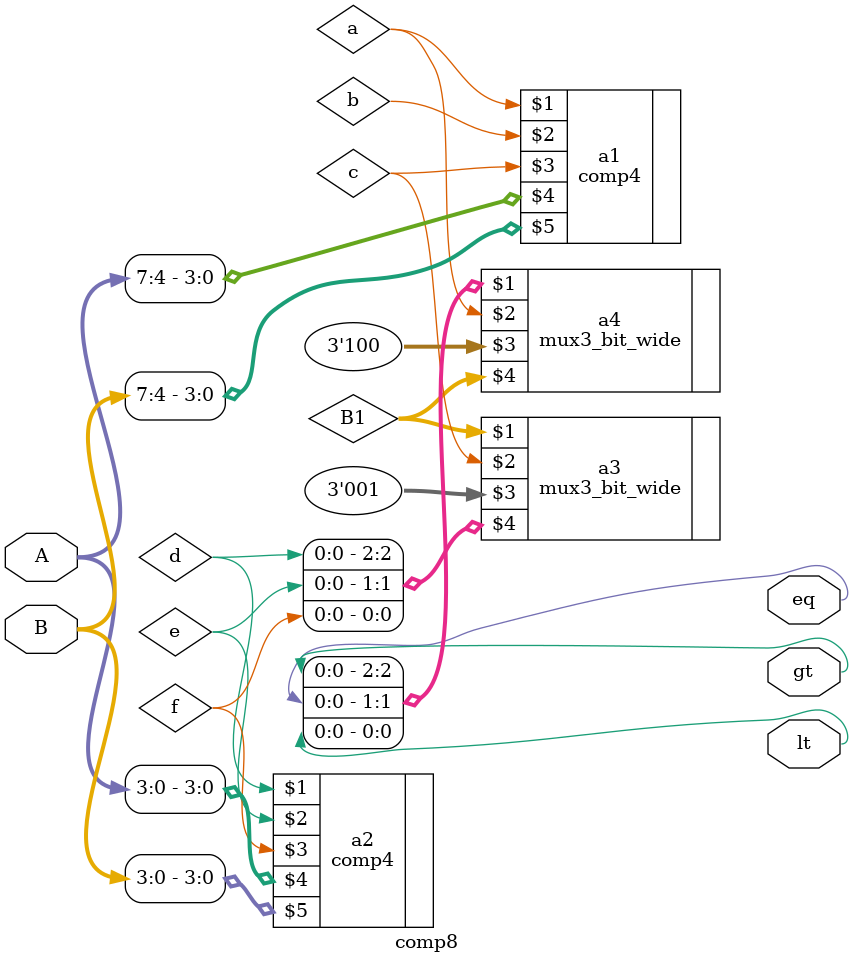
<source format=v>
module comp8(gt,eq,lt,A,B);
input [7:0] A,B;
output gt,eq,lt;

wire [2:0] B1;
comp4 a1(a,b,c,A[7:4],B[7:4]);
comp4 a2(d,e,f,A[3:0],B[3:0]);
mux3_bit_wide a3(B1,c,3'b001,{d,e,f});
mux3_bit_wide a4({gt,eq,lt},a,3'b100,B1);
endmodule
</source>
